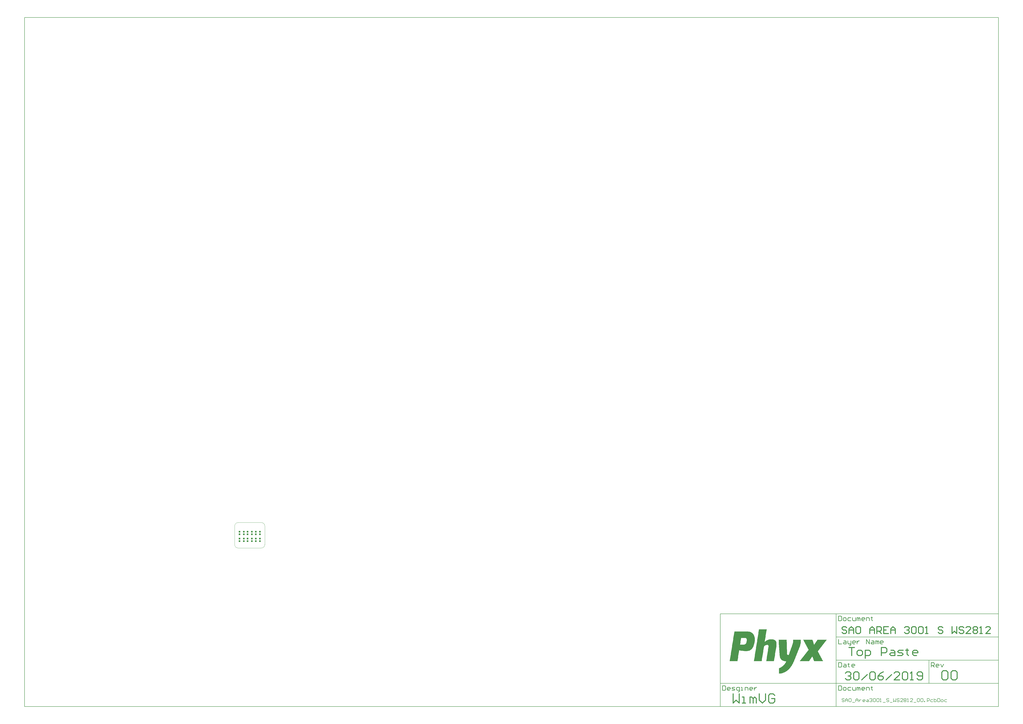
<source format=gtp>
G04*
G04 #@! TF.GenerationSoftware,Altium Limited,Altium Designer,18.1.11 (251)*
G04*
G04 Layer_Color=8421504*
%FSLAX25Y25*%
%MOIN*%
G70*
G01*
G75*
%ADD12C,0.01575*%
%ADD15C,0.00394*%
%ADD16C,0.00787*%
%ADD17C,0.00984*%
%ADD18R,0.02756X0.02756*%
G36*
X872201Y-141778D02*
X873919D01*
Y-142065D01*
X874778D01*
Y-142351D01*
X875637D01*
Y-142637D01*
X876496D01*
Y-142924D01*
X877069D01*
Y-143210D01*
X877355D01*
Y-143496D01*
X877928D01*
Y-143783D01*
X878214D01*
Y-144069D01*
X878786D01*
Y-144355D01*
X879073D01*
Y-144641D01*
X879359D01*
Y-144928D01*
X879646D01*
Y-145214D01*
X879932D01*
Y-145501D01*
X880218D01*
Y-145787D01*
X880504D01*
Y-146073D01*
Y-146359D01*
X880791D01*
Y-146646D01*
X881077D01*
Y-146932D01*
Y-147218D01*
X881363D01*
Y-147505D01*
X881650D01*
Y-147791D01*
Y-148077D01*
X881936D01*
Y-148364D01*
Y-148650D01*
Y-148936D01*
X882222D01*
Y-149223D01*
Y-149509D01*
Y-149795D01*
X882509D01*
Y-150082D01*
Y-150368D01*
Y-150654D01*
Y-150940D01*
X882795D01*
Y-151227D01*
Y-151513D01*
Y-151799D01*
Y-152086D01*
Y-152372D01*
X883081D01*
Y-152658D01*
Y-152945D01*
Y-153231D01*
Y-153517D01*
Y-153804D01*
Y-154090D01*
Y-154376D01*
Y-154663D01*
Y-154949D01*
Y-155235D01*
Y-155521D01*
Y-155808D01*
Y-156094D01*
Y-156380D01*
Y-156667D01*
Y-156953D01*
Y-157239D01*
Y-157526D01*
Y-157812D01*
Y-158098D01*
X882795D01*
Y-158385D01*
Y-158671D01*
Y-158957D01*
Y-159244D01*
Y-159530D01*
Y-159816D01*
Y-160102D01*
X882509D01*
Y-160389D01*
Y-160675D01*
Y-160961D01*
Y-161248D01*
Y-161534D01*
X882222D01*
Y-161820D01*
Y-162107D01*
Y-162393D01*
Y-162679D01*
Y-162966D01*
X881936D01*
Y-163252D01*
Y-163538D01*
Y-163824D01*
X881650D01*
Y-164111D01*
Y-164397D01*
Y-164683D01*
Y-164970D01*
X881363D01*
Y-165256D01*
Y-165542D01*
Y-165829D01*
X881077D01*
Y-166115D01*
Y-166401D01*
X880791D01*
Y-166688D01*
Y-166974D01*
Y-167260D01*
X880504D01*
Y-167547D01*
Y-167833D01*
X880218D01*
Y-168119D01*
Y-168405D01*
X879932D01*
Y-168692D01*
Y-168978D01*
X879646D01*
Y-169264D01*
X879359D01*
Y-169551D01*
Y-169837D01*
X879073D01*
Y-170123D01*
X878786D01*
Y-170410D01*
X878500D01*
Y-170696D01*
Y-170982D01*
X878214D01*
Y-171269D01*
X877928D01*
Y-171555D01*
X877641D01*
Y-171841D01*
X877355D01*
Y-172127D01*
X877069D01*
Y-172414D01*
X876496D01*
Y-172700D01*
X876210D01*
Y-172986D01*
X875637D01*
Y-173273D01*
X875351D01*
Y-173559D01*
X874778D01*
Y-173845D01*
X873919D01*
Y-174132D01*
X873060D01*
Y-174418D01*
X872201D01*
Y-174704D01*
X870483D01*
Y-174991D01*
X865330D01*
Y-174704D01*
X862753D01*
Y-174418D01*
X860749D01*
Y-174132D01*
X859317D01*
Y-173845D01*
X857886D01*
Y-173559D01*
X856454D01*
Y-173845D01*
Y-174132D01*
Y-174418D01*
Y-174704D01*
Y-174991D01*
Y-175277D01*
Y-175563D01*
X856168D01*
Y-175850D01*
Y-176136D01*
Y-176422D01*
Y-176709D01*
Y-176995D01*
Y-177281D01*
X855882D01*
Y-177568D01*
Y-177854D01*
Y-178140D01*
Y-178426D01*
Y-178713D01*
Y-178999D01*
X855595D01*
Y-179285D01*
Y-179572D01*
Y-179858D01*
Y-180144D01*
Y-180431D01*
Y-180717D01*
Y-181003D01*
X855309D01*
Y-181290D01*
Y-181576D01*
Y-181862D01*
Y-182149D01*
Y-182435D01*
Y-182721D01*
X855023D01*
Y-183007D01*
Y-183294D01*
Y-183580D01*
Y-183866D01*
Y-184153D01*
Y-184439D01*
X854736D01*
Y-184725D01*
Y-185012D01*
Y-185298D01*
Y-185584D01*
Y-185871D01*
Y-186157D01*
Y-186443D01*
X854450D01*
Y-186730D01*
Y-187016D01*
Y-187302D01*
Y-187588D01*
Y-187875D01*
Y-188161D01*
X854164D01*
Y-188447D01*
Y-188734D01*
Y-189020D01*
Y-189306D01*
Y-189593D01*
Y-189879D01*
X853877D01*
Y-190165D01*
Y-190452D01*
Y-190738D01*
Y-191024D01*
Y-191311D01*
Y-191597D01*
Y-191883D01*
X840421D01*
Y-191597D01*
X840707D01*
Y-191311D01*
Y-191024D01*
Y-190738D01*
Y-190452D01*
Y-190165D01*
X840993D01*
Y-189879D01*
Y-189593D01*
Y-189306D01*
Y-189020D01*
Y-188734D01*
Y-188447D01*
Y-188161D01*
X841280D01*
Y-187875D01*
Y-187588D01*
Y-187302D01*
Y-187016D01*
Y-186730D01*
Y-186443D01*
X841566D01*
Y-186157D01*
Y-185871D01*
Y-185584D01*
Y-185298D01*
Y-185012D01*
Y-184725D01*
X841852D01*
Y-184439D01*
Y-184153D01*
Y-183866D01*
Y-183580D01*
Y-183294D01*
Y-183007D01*
Y-182721D01*
X842138D01*
Y-182435D01*
Y-182149D01*
Y-181862D01*
Y-181576D01*
Y-181290D01*
Y-181003D01*
X842425D01*
Y-180717D01*
Y-180431D01*
Y-180144D01*
Y-179858D01*
Y-179572D01*
Y-179285D01*
X842711D01*
Y-178999D01*
Y-178713D01*
Y-178426D01*
Y-178140D01*
Y-177854D01*
Y-177568D01*
X842997D01*
Y-177281D01*
Y-176995D01*
Y-176709D01*
Y-176422D01*
Y-176136D01*
Y-175850D01*
Y-175563D01*
X843284D01*
Y-175277D01*
Y-174991D01*
Y-174704D01*
Y-174418D01*
Y-174132D01*
Y-173845D01*
X843570D01*
Y-173559D01*
Y-173273D01*
Y-172986D01*
Y-172700D01*
Y-172414D01*
Y-172127D01*
X843856D01*
Y-171841D01*
Y-171555D01*
Y-171269D01*
Y-170982D01*
Y-170696D01*
Y-170410D01*
X844143D01*
Y-170123D01*
Y-169837D01*
Y-169551D01*
Y-169264D01*
Y-168978D01*
Y-168692D01*
Y-168405D01*
X844429D01*
Y-168119D01*
Y-167833D01*
Y-167547D01*
Y-167260D01*
Y-166974D01*
Y-166688D01*
X844715D01*
Y-166401D01*
Y-166115D01*
Y-165829D01*
Y-165542D01*
Y-165256D01*
Y-164970D01*
X845002D01*
Y-164683D01*
Y-164397D01*
Y-164111D01*
Y-163824D01*
Y-163538D01*
Y-163252D01*
Y-162966D01*
X845288D01*
Y-162679D01*
Y-162393D01*
Y-162107D01*
Y-161820D01*
Y-161534D01*
Y-161248D01*
X845574D01*
Y-160961D01*
Y-160675D01*
Y-160389D01*
Y-160102D01*
Y-159816D01*
Y-159530D01*
X845861D01*
Y-159244D01*
Y-158957D01*
Y-158671D01*
Y-158385D01*
Y-158098D01*
Y-157812D01*
X846147D01*
Y-157526D01*
Y-157239D01*
Y-156953D01*
Y-156667D01*
Y-156380D01*
Y-156094D01*
Y-155808D01*
X846433D01*
Y-155521D01*
Y-155235D01*
Y-154949D01*
Y-154663D01*
Y-154376D01*
Y-154090D01*
X846719D01*
Y-153804D01*
Y-153517D01*
Y-153231D01*
Y-152945D01*
Y-152658D01*
Y-152372D01*
X847006D01*
Y-152086D01*
Y-151799D01*
Y-151513D01*
Y-151227D01*
Y-150940D01*
Y-150654D01*
Y-150368D01*
X847292D01*
Y-150082D01*
Y-149795D01*
Y-149509D01*
Y-149223D01*
Y-148936D01*
Y-148650D01*
X847578D01*
Y-148364D01*
Y-148077D01*
Y-147791D01*
Y-147505D01*
Y-147218D01*
Y-146932D01*
X847865D01*
Y-146646D01*
Y-146359D01*
Y-146073D01*
Y-145787D01*
Y-145501D01*
Y-145214D01*
Y-144928D01*
X848151D01*
Y-144641D01*
Y-144355D01*
Y-144069D01*
Y-143783D01*
Y-143496D01*
Y-143210D01*
X848437D01*
Y-142924D01*
Y-142637D01*
Y-142351D01*
Y-142065D01*
Y-141778D01*
Y-141492D01*
X872201D01*
Y-141778D01*
D02*
G37*
G36*
X903409Y-138343D02*
Y-138629D01*
X903123D01*
Y-138915D01*
Y-139202D01*
Y-139488D01*
Y-139774D01*
Y-140060D01*
Y-140347D01*
X902837D01*
Y-140633D01*
Y-140919D01*
Y-141206D01*
Y-141492D01*
Y-141778D01*
Y-142065D01*
X902551D01*
Y-142351D01*
Y-142637D01*
Y-142924D01*
Y-143210D01*
Y-143496D01*
Y-143783D01*
Y-144069D01*
X902264D01*
Y-144355D01*
Y-144641D01*
Y-144928D01*
Y-145214D01*
Y-145501D01*
Y-145787D01*
X901978D01*
Y-146073D01*
Y-146359D01*
Y-146646D01*
Y-146932D01*
Y-147218D01*
Y-147505D01*
X901692D01*
Y-147791D01*
Y-148077D01*
Y-148364D01*
Y-148650D01*
Y-148936D01*
Y-149223D01*
Y-149509D01*
X901405D01*
Y-149795D01*
Y-150082D01*
Y-150368D01*
Y-150654D01*
Y-150940D01*
Y-151227D01*
X901119D01*
Y-151513D01*
Y-151799D01*
Y-152086D01*
Y-152372D01*
Y-152658D01*
Y-152945D01*
X900833D01*
Y-153231D01*
Y-153517D01*
Y-153804D01*
Y-154090D01*
Y-154376D01*
Y-154663D01*
X900546D01*
Y-154949D01*
Y-155235D01*
Y-155521D01*
Y-155808D01*
Y-156094D01*
Y-156380D01*
Y-156667D01*
X900260D01*
Y-156953D01*
Y-157239D01*
Y-157526D01*
Y-157812D01*
Y-158098D01*
Y-158385D01*
X899974D01*
Y-158671D01*
Y-158957D01*
X900546D01*
Y-158671D01*
X900833D01*
Y-158385D01*
X901119D01*
Y-158098D01*
X901692D01*
Y-157812D01*
X901978D01*
Y-157526D01*
X902264D01*
Y-157239D01*
X902837D01*
Y-156953D01*
X903409D01*
Y-156667D01*
X903696D01*
Y-156380D01*
X904268D01*
Y-156094D01*
X905127D01*
Y-155808D01*
X905700D01*
Y-155521D01*
X906559D01*
Y-155235D01*
X907990D01*
Y-154949D01*
X914289D01*
Y-155235D01*
X915435D01*
Y-155521D01*
X916294D01*
Y-155808D01*
X916866D01*
Y-156094D01*
X917153D01*
Y-156380D01*
X917725D01*
Y-156667D01*
X918011D01*
Y-156953D01*
X918298D01*
Y-157239D01*
X918584D01*
Y-157526D01*
X918870D01*
Y-157812D01*
Y-158098D01*
X919157D01*
Y-158385D01*
Y-158671D01*
X919443D01*
Y-158957D01*
Y-159244D01*
Y-159530D01*
X919729D01*
Y-159816D01*
Y-160102D01*
Y-160389D01*
Y-160675D01*
X920016D01*
Y-160961D01*
Y-161248D01*
Y-161534D01*
Y-161820D01*
Y-162107D01*
Y-162393D01*
Y-162679D01*
Y-162966D01*
Y-163252D01*
Y-163538D01*
Y-163824D01*
Y-164111D01*
Y-164397D01*
Y-164683D01*
Y-164970D01*
Y-165256D01*
Y-165542D01*
Y-165829D01*
X919729D01*
Y-166115D01*
Y-166401D01*
Y-166688D01*
Y-166974D01*
Y-167260D01*
Y-167547D01*
Y-167833D01*
X919443D01*
Y-168119D01*
Y-168405D01*
Y-168692D01*
Y-168978D01*
Y-169264D01*
Y-169551D01*
Y-169837D01*
X919157D01*
Y-170123D01*
Y-170410D01*
Y-170696D01*
Y-170982D01*
Y-171269D01*
Y-171555D01*
X918870D01*
Y-171841D01*
Y-172127D01*
Y-172414D01*
Y-172700D01*
Y-172986D01*
Y-173273D01*
X918584D01*
Y-173559D01*
Y-173845D01*
Y-174132D01*
Y-174418D01*
Y-174704D01*
Y-174991D01*
X918298D01*
Y-175277D01*
Y-175563D01*
Y-175850D01*
Y-176136D01*
Y-176422D01*
Y-176709D01*
Y-176995D01*
X918011D01*
Y-177281D01*
Y-177568D01*
Y-177854D01*
Y-178140D01*
Y-178426D01*
Y-178713D01*
X917725D01*
Y-178999D01*
Y-179285D01*
Y-179572D01*
Y-179858D01*
Y-180144D01*
Y-180431D01*
X917439D01*
Y-180717D01*
Y-181003D01*
Y-181290D01*
Y-181576D01*
Y-181862D01*
Y-182149D01*
Y-182435D01*
X917153D01*
Y-182721D01*
Y-183007D01*
Y-183294D01*
Y-183580D01*
Y-183866D01*
Y-184153D01*
X916866D01*
Y-184439D01*
Y-184725D01*
Y-185012D01*
Y-185298D01*
Y-185584D01*
Y-185871D01*
X916580D01*
Y-186157D01*
Y-186443D01*
Y-186730D01*
Y-187016D01*
Y-187302D01*
Y-187588D01*
X916294D01*
Y-187875D01*
Y-188161D01*
Y-188447D01*
Y-188734D01*
Y-189020D01*
Y-189306D01*
Y-189593D01*
X916007D01*
Y-189879D01*
Y-190165D01*
Y-190452D01*
Y-190738D01*
Y-191024D01*
Y-191311D01*
X915721D01*
Y-191597D01*
Y-191883D01*
X902551D01*
Y-191597D01*
Y-191311D01*
X902837D01*
Y-191024D01*
Y-190738D01*
Y-190452D01*
Y-190165D01*
Y-189879D01*
Y-189593D01*
X903123D01*
Y-189306D01*
Y-189020D01*
Y-188734D01*
Y-188447D01*
Y-188161D01*
Y-187875D01*
Y-187588D01*
X903409D01*
Y-187302D01*
Y-187016D01*
Y-186730D01*
Y-186443D01*
Y-186157D01*
Y-185871D01*
X903696D01*
Y-185584D01*
Y-185298D01*
Y-185012D01*
Y-184725D01*
Y-184439D01*
Y-184153D01*
X903982D01*
Y-183866D01*
Y-183580D01*
Y-183294D01*
Y-183007D01*
Y-182721D01*
Y-182435D01*
Y-182149D01*
X904268D01*
Y-181862D01*
Y-181576D01*
Y-181290D01*
Y-181003D01*
Y-180717D01*
Y-180431D01*
X904555D01*
Y-180144D01*
Y-179858D01*
Y-179572D01*
Y-179285D01*
Y-178999D01*
Y-178713D01*
Y-178426D01*
X904841D01*
Y-178140D01*
Y-177854D01*
Y-177568D01*
Y-177281D01*
Y-176995D01*
Y-176709D01*
X905127D01*
Y-176422D01*
Y-176136D01*
Y-175850D01*
Y-175563D01*
Y-175277D01*
Y-174991D01*
X905414D01*
Y-174704D01*
Y-174418D01*
Y-174132D01*
Y-173845D01*
Y-173559D01*
Y-173273D01*
X905700D01*
Y-172986D01*
Y-172700D01*
Y-172414D01*
Y-172127D01*
Y-171841D01*
Y-171555D01*
Y-171269D01*
X905986D01*
Y-170982D01*
Y-170696D01*
Y-170410D01*
Y-170123D01*
Y-169837D01*
Y-169551D01*
X906273D01*
Y-169264D01*
Y-168978D01*
Y-168692D01*
Y-168405D01*
Y-168119D01*
Y-167833D01*
Y-167547D01*
X906559D01*
Y-167260D01*
Y-166974D01*
Y-166688D01*
Y-166401D01*
Y-166115D01*
Y-165829D01*
X906273D01*
Y-165542D01*
Y-165256D01*
X905986D01*
Y-164970D01*
X905700D01*
Y-164683D01*
X905127D01*
Y-164397D01*
X903409D01*
Y-164683D01*
X901978D01*
Y-164970D01*
X901119D01*
Y-165256D01*
X900546D01*
Y-165542D01*
X900260D01*
Y-165829D01*
X899687D01*
Y-166115D01*
X899401D01*
Y-166401D01*
X899115D01*
Y-166688D01*
Y-166974D01*
X898828D01*
Y-167260D01*
Y-167547D01*
Y-167833D01*
X898542D01*
Y-168119D01*
Y-168405D01*
Y-168692D01*
Y-168978D01*
Y-169264D01*
Y-169551D01*
X898256D01*
Y-169837D01*
Y-170123D01*
Y-170410D01*
Y-170696D01*
Y-170982D01*
Y-171269D01*
Y-171555D01*
X897970D01*
Y-171841D01*
Y-172127D01*
Y-172414D01*
Y-172700D01*
Y-172986D01*
Y-173273D01*
X897683D01*
Y-173559D01*
Y-173845D01*
Y-174132D01*
Y-174418D01*
Y-174704D01*
Y-174991D01*
X897397D01*
Y-175277D01*
Y-175563D01*
Y-175850D01*
Y-176136D01*
Y-176422D01*
Y-176709D01*
X897111D01*
Y-176995D01*
Y-177281D01*
Y-177568D01*
Y-177854D01*
Y-178140D01*
Y-178426D01*
Y-178713D01*
X896824D01*
Y-178999D01*
Y-179285D01*
Y-179572D01*
Y-179858D01*
Y-180144D01*
Y-180431D01*
X896538D01*
Y-180717D01*
Y-181003D01*
Y-181290D01*
Y-181576D01*
Y-181862D01*
Y-182149D01*
X896252D01*
Y-182435D01*
Y-182721D01*
Y-183007D01*
Y-183294D01*
Y-183580D01*
Y-183866D01*
Y-184153D01*
X895965D01*
Y-184439D01*
Y-184725D01*
Y-185012D01*
Y-185298D01*
Y-185584D01*
Y-185871D01*
X895679D01*
Y-186157D01*
Y-186443D01*
Y-186730D01*
Y-187016D01*
Y-187302D01*
Y-187588D01*
X895393D01*
Y-187875D01*
Y-188161D01*
Y-188447D01*
Y-188734D01*
Y-189020D01*
Y-189306D01*
X895106D01*
Y-189593D01*
Y-189879D01*
Y-190165D01*
Y-190452D01*
Y-190738D01*
Y-191024D01*
Y-191311D01*
X894820D01*
Y-191597D01*
Y-191883D01*
X881650D01*
Y-191597D01*
Y-191311D01*
X881936D01*
Y-191024D01*
Y-190738D01*
Y-190452D01*
Y-190165D01*
Y-189879D01*
Y-189593D01*
Y-189306D01*
X882222D01*
Y-189020D01*
Y-188734D01*
Y-188447D01*
Y-188161D01*
Y-187875D01*
Y-187588D01*
X882509D01*
Y-187302D01*
Y-187016D01*
Y-186730D01*
Y-186443D01*
Y-186157D01*
Y-185871D01*
X882795D01*
Y-185584D01*
Y-185298D01*
Y-185012D01*
Y-184725D01*
Y-184439D01*
Y-184153D01*
Y-183866D01*
X883081D01*
Y-183580D01*
Y-183294D01*
Y-183007D01*
Y-182721D01*
Y-182435D01*
Y-182149D01*
X883368D01*
Y-181862D01*
Y-181576D01*
Y-181290D01*
Y-181003D01*
Y-180717D01*
Y-180431D01*
X883654D01*
Y-180144D01*
Y-179858D01*
Y-179572D01*
Y-179285D01*
Y-178999D01*
Y-178713D01*
X883940D01*
Y-178426D01*
Y-178140D01*
Y-177854D01*
Y-177568D01*
Y-177281D01*
Y-176995D01*
Y-176709D01*
X884227D01*
Y-176422D01*
Y-176136D01*
Y-175850D01*
Y-175563D01*
Y-175277D01*
Y-174991D01*
X884513D01*
Y-174704D01*
Y-174418D01*
Y-174132D01*
Y-173845D01*
Y-173559D01*
Y-173273D01*
X884799D01*
Y-172986D01*
Y-172700D01*
Y-172414D01*
Y-172127D01*
Y-171841D01*
Y-171555D01*
Y-171269D01*
X885085D01*
Y-170982D01*
Y-170696D01*
Y-170410D01*
Y-170123D01*
Y-169837D01*
Y-169551D01*
X885372D01*
Y-169264D01*
Y-168978D01*
Y-168692D01*
Y-168405D01*
Y-168119D01*
Y-167833D01*
X885658D01*
Y-167547D01*
Y-167260D01*
Y-166974D01*
Y-166688D01*
Y-166401D01*
Y-166115D01*
X885944D01*
Y-165829D01*
Y-165542D01*
Y-165256D01*
Y-164970D01*
Y-164683D01*
Y-164397D01*
Y-164111D01*
X886231D01*
Y-163824D01*
Y-163538D01*
Y-163252D01*
Y-162966D01*
Y-162679D01*
Y-162393D01*
X886517D01*
Y-162107D01*
Y-161820D01*
Y-161534D01*
Y-161248D01*
Y-160961D01*
Y-160675D01*
X886803D01*
Y-160389D01*
Y-160102D01*
Y-159816D01*
Y-159530D01*
Y-159244D01*
Y-158957D01*
X887090D01*
Y-158671D01*
Y-158385D01*
Y-158098D01*
Y-157812D01*
Y-157526D01*
Y-157239D01*
Y-156953D01*
X887376D01*
Y-156667D01*
Y-156380D01*
Y-156094D01*
Y-155808D01*
Y-155521D01*
Y-155235D01*
X887662D01*
Y-154949D01*
Y-154663D01*
Y-154376D01*
Y-154090D01*
Y-153804D01*
Y-153517D01*
X887949D01*
Y-153231D01*
Y-152945D01*
Y-152658D01*
Y-152372D01*
Y-152086D01*
Y-151799D01*
Y-151513D01*
X888235D01*
Y-151227D01*
Y-150940D01*
Y-150654D01*
Y-150368D01*
Y-150082D01*
Y-149795D01*
X888521D01*
Y-149509D01*
Y-149223D01*
Y-148936D01*
Y-148650D01*
Y-148364D01*
Y-148077D01*
X888807D01*
Y-147791D01*
Y-147505D01*
Y-147218D01*
Y-146932D01*
Y-146646D01*
Y-146359D01*
X889094D01*
Y-146073D01*
Y-145787D01*
Y-145501D01*
Y-145214D01*
Y-144928D01*
Y-144641D01*
Y-144355D01*
X889380D01*
Y-144069D01*
Y-143783D01*
Y-143496D01*
Y-143210D01*
Y-142924D01*
Y-142637D01*
X889666D01*
Y-142351D01*
Y-142065D01*
Y-141778D01*
Y-141492D01*
Y-141206D01*
Y-140919D01*
X889953D01*
Y-140633D01*
Y-140347D01*
Y-140060D01*
Y-139774D01*
Y-139488D01*
Y-139202D01*
Y-138915D01*
X890239D01*
Y-138629D01*
Y-138343D01*
Y-138056D01*
X903409D01*
Y-138343D01*
D02*
G37*
G36*
X1005337Y-155808D02*
X1005050D01*
Y-156094D01*
X1004764D01*
Y-156380D01*
Y-156667D01*
X1004478D01*
Y-156953D01*
X1004192D01*
Y-157239D01*
X1003905D01*
Y-157526D01*
Y-157812D01*
X1003619D01*
Y-158098D01*
X1003333D01*
Y-158385D01*
X1003046D01*
Y-158671D01*
X1002760D01*
Y-158957D01*
Y-159244D01*
X1002474D01*
Y-159530D01*
X1002187D01*
Y-159816D01*
X1001901D01*
Y-160102D01*
Y-160389D01*
X1001615D01*
Y-160675D01*
X1001328D01*
Y-160961D01*
X1001042D01*
Y-161248D01*
X1000756D01*
Y-161534D01*
Y-161820D01*
X1000469D01*
Y-162107D01*
X1000183D01*
Y-162393D01*
X999897D01*
Y-162679D01*
Y-162966D01*
X999611D01*
Y-163252D01*
X999324D01*
Y-163538D01*
X999038D01*
Y-163824D01*
Y-164111D01*
X998752D01*
Y-164397D01*
X998465D01*
Y-164683D01*
X998179D01*
Y-164970D01*
X997893D01*
Y-165256D01*
Y-165542D01*
X997606D01*
Y-165829D01*
X997320D01*
Y-166115D01*
X997034D01*
Y-166401D01*
Y-166688D01*
X996747D01*
Y-166974D01*
X996461D01*
Y-167260D01*
X996175D01*
Y-167547D01*
Y-167833D01*
X995889D01*
Y-168119D01*
X995602D01*
Y-168405D01*
X995316D01*
Y-168692D01*
X995030D01*
Y-168978D01*
Y-169264D01*
X994743D01*
Y-169551D01*
X994457D01*
Y-169837D01*
X994171D01*
Y-170123D01*
Y-170410D01*
X993884D01*
Y-170696D01*
X993598D01*
Y-170982D01*
X993312D01*
Y-171269D01*
Y-171555D01*
X993025D01*
Y-171841D01*
X992739D01*
Y-172127D01*
X992453D01*
Y-172414D01*
X992166D01*
Y-172700D01*
Y-172986D01*
X991880D01*
Y-173273D01*
X991594D01*
Y-173559D01*
X991308D01*
Y-173845D01*
Y-174132D01*
X991021D01*
Y-174418D01*
X990735D01*
Y-174704D01*
X990449D01*
Y-174991D01*
X990162D01*
Y-175277D01*
Y-175563D01*
X990449D01*
Y-175850D01*
Y-176136D01*
X990735D01*
Y-176422D01*
Y-176709D01*
X991021D01*
Y-176995D01*
X991308D01*
Y-177281D01*
Y-177568D01*
X991594D01*
Y-177854D01*
Y-178140D01*
X991880D01*
Y-178426D01*
Y-178713D01*
X992166D01*
Y-178999D01*
Y-179285D01*
X992453D01*
Y-179572D01*
Y-179858D01*
X992739D01*
Y-180144D01*
Y-180431D01*
X993025D01*
Y-180717D01*
Y-181003D01*
X993312D01*
Y-181290D01*
Y-181576D01*
X993598D01*
Y-181862D01*
X993884D01*
Y-182149D01*
Y-182435D01*
X994171D01*
Y-182721D01*
Y-183007D01*
X994457D01*
Y-183294D01*
Y-183580D01*
X994743D01*
Y-183866D01*
Y-184153D01*
X995030D01*
Y-184439D01*
Y-184725D01*
X995316D01*
Y-185012D01*
Y-185298D01*
X995602D01*
Y-185584D01*
Y-185871D01*
X995889D01*
Y-186157D01*
X996175D01*
Y-186443D01*
Y-186730D01*
X996461D01*
Y-187016D01*
Y-187302D01*
X996747D01*
Y-187588D01*
Y-187875D01*
X997034D01*
Y-188161D01*
Y-188447D01*
X997320D01*
Y-188734D01*
Y-189020D01*
X997606D01*
Y-189306D01*
Y-189593D01*
X997893D01*
Y-189879D01*
Y-190165D01*
X998179D01*
Y-190452D01*
X998465D01*
Y-190738D01*
Y-191024D01*
X998752D01*
Y-191311D01*
Y-191597D01*
X999038D01*
Y-191883D01*
X983863D01*
Y-191597D01*
X983577D01*
Y-191311D01*
Y-191024D01*
Y-190738D01*
X983291D01*
Y-190452D01*
Y-190165D01*
Y-189879D01*
X983004D01*
Y-189593D01*
Y-189306D01*
X982718D01*
Y-189020D01*
Y-188734D01*
Y-188447D01*
X982432D01*
Y-188161D01*
Y-187875D01*
Y-187588D01*
X982146D01*
Y-187302D01*
Y-187016D01*
X981859D01*
Y-186730D01*
Y-186443D01*
Y-186157D01*
X981573D01*
Y-185871D01*
Y-185584D01*
Y-185298D01*
X981287D01*
Y-185012D01*
Y-184725D01*
Y-184439D01*
X981000D01*
Y-184153D01*
X980428D01*
Y-184439D01*
Y-184725D01*
X980141D01*
Y-185012D01*
X979855D01*
Y-185298D01*
Y-185584D01*
X979569D01*
Y-185871D01*
X979282D01*
Y-186157D01*
Y-186443D01*
X978996D01*
Y-186730D01*
X978710D01*
Y-187016D01*
Y-187302D01*
X978423D01*
Y-187588D01*
X978137D01*
Y-187875D01*
X977851D01*
Y-188161D01*
Y-188447D01*
X977565D01*
Y-188734D01*
X977278D01*
Y-189020D01*
Y-189306D01*
X976992D01*
Y-189593D01*
X976705D01*
Y-189879D01*
Y-190165D01*
X976419D01*
Y-190452D01*
X976133D01*
Y-190738D01*
Y-191024D01*
X975847D01*
Y-191311D01*
X975560D01*
Y-191597D01*
Y-191883D01*
X959527D01*
Y-191597D01*
X959813D01*
Y-191311D01*
X960099D01*
Y-191024D01*
X960386D01*
Y-190738D01*
X960672D01*
Y-190452D01*
Y-190165D01*
X960958D01*
Y-189879D01*
X961245D01*
Y-189593D01*
X961531D01*
Y-189306D01*
X961817D01*
Y-189020D01*
Y-188734D01*
X962104D01*
Y-188447D01*
X962390D01*
Y-188161D01*
X962676D01*
Y-187875D01*
Y-187588D01*
X962963D01*
Y-187302D01*
X963249D01*
Y-187016D01*
X963535D01*
Y-186730D01*
X963822D01*
Y-186443D01*
Y-186157D01*
X964108D01*
Y-185871D01*
X964394D01*
Y-185584D01*
X964680D01*
Y-185298D01*
X964967D01*
Y-185012D01*
Y-184725D01*
X965253D01*
Y-184439D01*
X965539D01*
Y-184153D01*
X965826D01*
Y-183866D01*
Y-183580D01*
X966112D01*
Y-183294D01*
X966398D01*
Y-183007D01*
X966685D01*
Y-182721D01*
X966971D01*
Y-182435D01*
Y-182149D01*
X967257D01*
Y-181862D01*
X967544D01*
Y-181576D01*
X967830D01*
Y-181290D01*
Y-181003D01*
X968116D01*
Y-180717D01*
X968402D01*
Y-180431D01*
X968689D01*
Y-180144D01*
X968975D01*
Y-179858D01*
Y-179572D01*
X969261D01*
Y-179285D01*
X969548D01*
Y-178999D01*
X969834D01*
Y-178713D01*
Y-178426D01*
X970120D01*
Y-178140D01*
X970407D01*
Y-177854D01*
X970693D01*
Y-177568D01*
X970979D01*
Y-177281D01*
Y-176995D01*
X971266D01*
Y-176709D01*
X971552D01*
Y-176422D01*
X971838D01*
Y-176136D01*
X972124D01*
Y-175850D01*
Y-175563D01*
X972411D01*
Y-175277D01*
X972697D01*
Y-174991D01*
X972983D01*
Y-174704D01*
Y-174418D01*
X973270D01*
Y-174132D01*
X973556D01*
Y-173845D01*
X973842D01*
Y-173559D01*
X974129D01*
Y-173273D01*
Y-172986D01*
X974415D01*
Y-172700D01*
Y-172414D01*
Y-172127D01*
X974129D01*
Y-171841D01*
X973842D01*
Y-171555D01*
Y-171269D01*
X973556D01*
Y-170982D01*
Y-170696D01*
X973270D01*
Y-170410D01*
Y-170123D01*
X972983D01*
Y-169837D01*
Y-169551D01*
X972697D01*
Y-169264D01*
Y-168978D01*
X972411D01*
Y-168692D01*
Y-168405D01*
X972124D01*
Y-168119D01*
X971838D01*
Y-167833D01*
Y-167547D01*
X971552D01*
Y-167260D01*
Y-166974D01*
X971266D01*
Y-166688D01*
Y-166401D01*
X970979D01*
Y-166115D01*
Y-165829D01*
X970693D01*
Y-165542D01*
Y-165256D01*
X970407D01*
Y-164970D01*
Y-164683D01*
X970120D01*
Y-164397D01*
X969834D01*
Y-164111D01*
Y-163824D01*
X969548D01*
Y-163538D01*
Y-163252D01*
X969261D01*
Y-162966D01*
Y-162679D01*
X968975D01*
Y-162393D01*
Y-162107D01*
X968689D01*
Y-161820D01*
Y-161534D01*
X968402D01*
Y-161248D01*
Y-160961D01*
X968116D01*
Y-160675D01*
Y-160389D01*
X967830D01*
Y-160102D01*
X967544D01*
Y-159816D01*
Y-159530D01*
X967257D01*
Y-159244D01*
Y-158957D01*
X966971D01*
Y-158671D01*
Y-158385D01*
X966685D01*
Y-158098D01*
Y-157812D01*
X966398D01*
Y-157526D01*
Y-157239D01*
X966112D01*
Y-156953D01*
Y-156667D01*
X965826D01*
Y-156380D01*
X965539D01*
Y-156094D01*
Y-155808D01*
X965253D01*
Y-155521D01*
X981000D01*
Y-155808D01*
X981287D01*
Y-156094D01*
Y-156380D01*
Y-156667D01*
X981573D01*
Y-156953D01*
Y-157239D01*
Y-157526D01*
X981859D01*
Y-157812D01*
Y-158098D01*
Y-158385D01*
X982146D01*
Y-158671D01*
Y-158957D01*
Y-159244D01*
X982432D01*
Y-159530D01*
Y-159816D01*
Y-160102D01*
X982718D01*
Y-160389D01*
Y-160675D01*
Y-160961D01*
X983004D01*
Y-161248D01*
Y-161534D01*
Y-161820D01*
X983291D01*
Y-162107D01*
Y-162393D01*
Y-162679D01*
X983577D01*
Y-162966D01*
Y-163252D01*
Y-163538D01*
Y-163824D01*
X984150D01*
Y-163538D01*
X984436D01*
Y-163252D01*
X984722D01*
Y-162966D01*
Y-162679D01*
X985009D01*
Y-162393D01*
X985295D01*
Y-162107D01*
Y-161820D01*
X985581D01*
Y-161534D01*
X985868D01*
Y-161248D01*
Y-160961D01*
X986154D01*
Y-160675D01*
X986440D01*
Y-160389D01*
Y-160102D01*
X986726D01*
Y-159816D01*
X987013D01*
Y-159530D01*
Y-159244D01*
X987299D01*
Y-158957D01*
X987585D01*
Y-158671D01*
Y-158385D01*
X987872D01*
Y-158098D01*
X988158D01*
Y-157812D01*
Y-157526D01*
X988444D01*
Y-157239D01*
X988731D01*
Y-156953D01*
Y-156667D01*
X989017D01*
Y-156380D01*
X989303D01*
Y-156094D01*
Y-155808D01*
X989590D01*
Y-155521D01*
X1005337D01*
Y-155808D01*
D02*
G37*
G36*
X961245D02*
Y-156094D01*
Y-156380D01*
Y-156667D01*
Y-156953D01*
Y-157239D01*
Y-157526D01*
Y-157812D01*
Y-158098D01*
Y-158385D01*
Y-158671D01*
Y-158957D01*
Y-159244D01*
Y-159530D01*
Y-159816D01*
Y-160102D01*
Y-160389D01*
Y-160675D01*
Y-160961D01*
Y-161248D01*
Y-161534D01*
X960958D01*
Y-161820D01*
Y-162107D01*
Y-162393D01*
Y-162679D01*
Y-162966D01*
X960672D01*
Y-163252D01*
Y-163538D01*
Y-163824D01*
Y-164111D01*
X960386D01*
Y-164397D01*
Y-164683D01*
Y-164970D01*
Y-165256D01*
X960099D01*
Y-165542D01*
Y-165829D01*
Y-166115D01*
X959813D01*
Y-166401D01*
Y-166688D01*
Y-166974D01*
X959527D01*
Y-167260D01*
Y-167547D01*
Y-167833D01*
X959241D01*
Y-168119D01*
Y-168405D01*
Y-168692D01*
X958954D01*
Y-168978D01*
Y-169264D01*
X958668D01*
Y-169551D01*
Y-169837D01*
X958381D01*
Y-170123D01*
Y-170410D01*
Y-170696D01*
X958095D01*
Y-170982D01*
Y-171269D01*
X957809D01*
Y-171555D01*
Y-171841D01*
Y-172127D01*
X957523D01*
Y-172414D01*
Y-172700D01*
X957236D01*
Y-172986D01*
Y-173273D01*
Y-173559D01*
X956950D01*
Y-173845D01*
Y-174132D01*
X956664D01*
Y-174418D01*
Y-174704D01*
Y-174991D01*
X956377D01*
Y-175277D01*
Y-175563D01*
X956091D01*
Y-175850D01*
Y-176136D01*
Y-176422D01*
X955805D01*
Y-176709D01*
Y-176995D01*
X955518D01*
Y-177281D01*
Y-177568D01*
Y-177854D01*
X955232D01*
Y-178140D01*
Y-178426D01*
X954946D01*
Y-178713D01*
Y-178999D01*
Y-179285D01*
X954659D01*
Y-179572D01*
Y-179858D01*
X954373D01*
Y-180144D01*
Y-180431D01*
Y-180717D01*
X954087D01*
Y-181003D01*
Y-181290D01*
X953800D01*
Y-181576D01*
Y-181862D01*
Y-182149D01*
X953514D01*
Y-182435D01*
Y-182721D01*
X953228D01*
Y-183007D01*
Y-183294D01*
Y-183580D01*
X952942D01*
Y-183866D01*
Y-184153D01*
X952655D01*
Y-184439D01*
Y-184725D01*
Y-185012D01*
X952369D01*
Y-185298D01*
Y-185584D01*
X952083D01*
Y-185871D01*
Y-186157D01*
Y-186443D01*
X951796D01*
Y-186730D01*
Y-187016D01*
X951510D01*
Y-187302D01*
Y-187588D01*
Y-187875D01*
X951224D01*
Y-188161D01*
Y-188447D01*
X950937D01*
Y-188734D01*
Y-189020D01*
Y-189306D01*
X950651D01*
Y-189593D01*
Y-189879D01*
X950365D01*
Y-190165D01*
Y-190452D01*
Y-190738D01*
X950078D01*
Y-191024D01*
Y-191311D01*
X949792D01*
Y-191597D01*
Y-191883D01*
Y-192169D01*
X949506D01*
Y-192456D01*
Y-192742D01*
X949220D01*
Y-193028D01*
Y-193315D01*
X948933D01*
Y-193601D01*
Y-193887D01*
X948647D01*
Y-194174D01*
Y-194460D01*
Y-194746D01*
X948361D01*
Y-195033D01*
X948074D01*
Y-195319D01*
Y-195605D01*
Y-195891D01*
X947788D01*
Y-196178D01*
X947502D01*
Y-196464D01*
Y-196750D01*
X947215D01*
Y-197037D01*
Y-197323D01*
X946929D01*
Y-197609D01*
Y-197896D01*
X946643D01*
Y-198182D01*
Y-198468D01*
X946356D01*
Y-198755D01*
X946070D01*
Y-199041D01*
Y-199327D01*
X945784D01*
Y-199614D01*
Y-199900D01*
X945497D01*
Y-200186D01*
X945211D01*
Y-200472D01*
X944925D01*
Y-200759D01*
Y-201045D01*
X944639D01*
Y-201331D01*
X944352D01*
Y-201618D01*
Y-201904D01*
X944066D01*
Y-202190D01*
X943780D01*
Y-202477D01*
X943493D01*
Y-202763D01*
Y-203049D01*
X943207D01*
Y-203336D01*
X942921D01*
Y-203622D01*
X942634D01*
Y-203908D01*
X942348D01*
Y-204195D01*
X942062D01*
Y-204481D01*
Y-204767D01*
X941775D01*
Y-205053D01*
X941489D01*
Y-205340D01*
X941203D01*
Y-205626D01*
X940916D01*
Y-205912D01*
X940630D01*
Y-206199D01*
X940344D01*
Y-206485D01*
X940057D01*
Y-206771D01*
X939485D01*
Y-207058D01*
X939199D01*
Y-207344D01*
X938912D01*
Y-207630D01*
X938626D01*
Y-207917D01*
X938340D01*
Y-208203D01*
X937767D01*
Y-208489D01*
X937481D01*
Y-208776D01*
X936908D01*
Y-209062D01*
X936622D01*
Y-209348D01*
X936049D01*
Y-209634D01*
X935763D01*
Y-209921D01*
X935190D01*
Y-210207D01*
X934618D01*
Y-210493D01*
X934045D01*
Y-210780D01*
X933472D01*
Y-211066D01*
X932900D01*
Y-211352D01*
X932041D01*
Y-211639D01*
X931468D01*
Y-211925D01*
X930609D01*
Y-212211D01*
X929464D01*
Y-212498D01*
X928319D01*
Y-212784D01*
X926601D01*
Y-213070D01*
X924597D01*
Y-213357D01*
X924310D01*
Y-213070D01*
Y-212784D01*
Y-212498D01*
Y-212211D01*
Y-211925D01*
Y-211639D01*
Y-211352D01*
Y-211066D01*
Y-210780D01*
Y-210493D01*
Y-210207D01*
Y-209921D01*
Y-209634D01*
Y-209348D01*
Y-209062D01*
Y-208776D01*
Y-208489D01*
Y-208203D01*
Y-207917D01*
Y-207630D01*
Y-207344D01*
Y-207058D01*
Y-206771D01*
Y-206485D01*
Y-206199D01*
Y-205912D01*
Y-205626D01*
Y-205340D01*
Y-205053D01*
Y-204767D01*
Y-204481D01*
Y-204195D01*
Y-203908D01*
X924883D01*
Y-203622D01*
X925455D01*
Y-203336D01*
X926028D01*
Y-203049D01*
X926601D01*
Y-202763D01*
X927173D01*
Y-202477D01*
X927746D01*
Y-202190D01*
X928032D01*
Y-201904D01*
X928605D01*
Y-201618D01*
X928891D01*
Y-201331D01*
X929464D01*
Y-201045D01*
X929750D01*
Y-200759D01*
X930037D01*
Y-200472D01*
X930609D01*
Y-200186D01*
X930896D01*
Y-199900D01*
X931182D01*
Y-199614D01*
X931468D01*
Y-199327D01*
X931754D01*
Y-199041D01*
X932041D01*
Y-198755D01*
X932327D01*
Y-198468D01*
X932613D01*
Y-198182D01*
X932900D01*
Y-197896D01*
X933186D01*
Y-197609D01*
X933472D01*
Y-197323D01*
X933759D01*
Y-197037D01*
Y-196750D01*
X934045D01*
Y-196464D01*
X934331D01*
Y-196178D01*
X934618D01*
Y-195891D01*
Y-195605D01*
X934904D01*
Y-195319D01*
X935190D01*
Y-195033D01*
Y-194746D01*
X935476D01*
Y-194460D01*
Y-194174D01*
X935763D01*
Y-193887D01*
X936049D01*
Y-193601D01*
Y-193315D01*
X936335D01*
Y-193028D01*
Y-192742D01*
X936622D01*
Y-192456D01*
Y-192169D01*
X934904D01*
Y-191883D01*
X932900D01*
Y-191597D01*
X931754D01*
Y-191311D01*
X931182D01*
Y-191024D01*
X930323D01*
Y-190738D01*
X929750D01*
Y-190452D01*
X929464D01*
Y-190165D01*
X928891D01*
Y-189879D01*
X928605D01*
Y-189593D01*
X928319D01*
Y-189306D01*
X928032D01*
Y-189020D01*
X927746D01*
Y-188734D01*
X927460D01*
Y-188447D01*
Y-188161D01*
X927173D01*
Y-187875D01*
X926887D01*
Y-187588D01*
Y-187302D01*
X926601D01*
Y-187016D01*
Y-186730D01*
X926315D01*
Y-186443D01*
Y-186157D01*
X926028D01*
Y-185871D01*
Y-185584D01*
Y-185298D01*
X925742D01*
Y-185012D01*
Y-184725D01*
Y-184439D01*
Y-184153D01*
X925455D01*
Y-183866D01*
Y-183580D01*
Y-183294D01*
Y-183007D01*
Y-182721D01*
Y-182435D01*
Y-182149D01*
X925169D01*
Y-181862D01*
Y-181576D01*
Y-181290D01*
Y-181003D01*
Y-180717D01*
Y-180431D01*
Y-180144D01*
Y-179858D01*
Y-179572D01*
Y-179285D01*
Y-178999D01*
Y-178713D01*
Y-178426D01*
Y-178140D01*
Y-177854D01*
X924883D01*
Y-177568D01*
Y-177281D01*
Y-176995D01*
Y-176709D01*
Y-176422D01*
Y-176136D01*
Y-175850D01*
Y-175563D01*
Y-175277D01*
Y-174991D01*
Y-174704D01*
Y-174418D01*
Y-174132D01*
Y-173845D01*
Y-173559D01*
X924597D01*
Y-173273D01*
Y-172986D01*
Y-172700D01*
Y-172414D01*
Y-172127D01*
Y-171841D01*
Y-171555D01*
Y-171269D01*
Y-170982D01*
Y-170696D01*
Y-170410D01*
Y-170123D01*
Y-169837D01*
Y-169551D01*
Y-169264D01*
Y-168978D01*
X924310D01*
Y-168692D01*
Y-168405D01*
Y-168119D01*
Y-167833D01*
Y-167547D01*
Y-167260D01*
Y-166974D01*
Y-166688D01*
Y-166401D01*
Y-166115D01*
Y-165829D01*
Y-165542D01*
Y-165256D01*
Y-164970D01*
Y-164683D01*
Y-164397D01*
X924024D01*
Y-164111D01*
Y-163824D01*
Y-163538D01*
Y-163252D01*
Y-162966D01*
Y-162679D01*
Y-162393D01*
Y-162107D01*
Y-161820D01*
Y-161534D01*
Y-161248D01*
Y-160961D01*
Y-160675D01*
Y-160389D01*
X923738D01*
Y-160102D01*
Y-159816D01*
Y-159530D01*
Y-159244D01*
Y-158957D01*
Y-158671D01*
Y-158385D01*
Y-158098D01*
Y-157812D01*
Y-157526D01*
Y-157239D01*
Y-156953D01*
Y-156667D01*
Y-156380D01*
Y-156094D01*
Y-155808D01*
X923451D01*
Y-155521D01*
X937194D01*
Y-155808D01*
Y-156094D01*
Y-156380D01*
Y-156667D01*
Y-156953D01*
Y-157239D01*
Y-157526D01*
Y-157812D01*
Y-158098D01*
Y-158385D01*
Y-158671D01*
Y-158957D01*
Y-159244D01*
Y-159530D01*
X937481D01*
Y-159816D01*
Y-160102D01*
Y-160389D01*
Y-160675D01*
Y-160961D01*
Y-161248D01*
Y-161534D01*
Y-161820D01*
Y-162107D01*
Y-162393D01*
Y-162679D01*
Y-162966D01*
Y-163252D01*
Y-163538D01*
Y-163824D01*
Y-164111D01*
Y-164397D01*
Y-164683D01*
Y-164970D01*
Y-165256D01*
Y-165542D01*
Y-165829D01*
Y-166115D01*
Y-166401D01*
Y-166688D01*
Y-166974D01*
Y-167260D01*
Y-167547D01*
Y-167833D01*
Y-168119D01*
Y-168405D01*
Y-168692D01*
Y-168978D01*
Y-169264D01*
Y-169551D01*
Y-169837D01*
Y-170123D01*
Y-170410D01*
Y-170696D01*
Y-170982D01*
Y-171269D01*
X937767D01*
Y-171555D01*
X937481D01*
Y-171841D01*
Y-172127D01*
X937767D01*
Y-172414D01*
Y-172700D01*
Y-172986D01*
Y-173273D01*
Y-173559D01*
Y-173845D01*
Y-174132D01*
Y-174418D01*
Y-174704D01*
Y-174991D01*
Y-175277D01*
Y-175563D01*
Y-175850D01*
Y-176136D01*
Y-176422D01*
Y-176709D01*
Y-176995D01*
Y-177281D01*
Y-177568D01*
Y-177854D01*
Y-178140D01*
Y-178426D01*
Y-178713D01*
Y-178999D01*
Y-179285D01*
Y-179572D01*
X938053D01*
Y-179858D01*
Y-180144D01*
Y-180431D01*
X938340D01*
Y-180717D01*
X938626D01*
Y-181003D01*
X938912D01*
Y-181290D01*
X939771D01*
Y-181576D01*
X940630D01*
Y-181290D01*
X940916D01*
Y-181003D01*
Y-180717D01*
Y-180431D01*
X941203D01*
Y-180144D01*
Y-179858D01*
X941489D01*
Y-179572D01*
Y-179285D01*
Y-178999D01*
X941775D01*
Y-178713D01*
Y-178426D01*
Y-178140D01*
X942062D01*
Y-177854D01*
Y-177568D01*
Y-177281D01*
X942348D01*
Y-176995D01*
Y-176709D01*
Y-176422D01*
X942634D01*
Y-176136D01*
Y-175850D01*
X942921D01*
Y-175563D01*
Y-175277D01*
Y-174991D01*
X943207D01*
Y-174704D01*
Y-174418D01*
Y-174132D01*
X943493D01*
Y-173845D01*
Y-173559D01*
Y-173273D01*
X943780D01*
Y-172986D01*
Y-172700D01*
X944066D01*
Y-172414D01*
Y-172127D01*
Y-171841D01*
X944352D01*
Y-171555D01*
Y-171269D01*
Y-170982D01*
X944639D01*
Y-170696D01*
Y-170410D01*
Y-170123D01*
X944925D01*
Y-169837D01*
Y-169551D01*
X945211D01*
Y-169264D01*
Y-168978D01*
Y-168692D01*
X945497D01*
Y-168405D01*
Y-168119D01*
Y-167833D01*
X945784D01*
Y-167547D01*
Y-167260D01*
Y-166974D01*
X946070D01*
Y-166688D01*
Y-166401D01*
X946356D01*
Y-166115D01*
Y-165829D01*
Y-165542D01*
X946643D01*
Y-165256D01*
Y-164970D01*
Y-164683D01*
X946929D01*
Y-164397D01*
Y-164111D01*
Y-163824D01*
X947215D01*
Y-163538D01*
Y-163252D01*
Y-162966D01*
Y-162679D01*
X947502D01*
Y-162393D01*
Y-162107D01*
Y-161820D01*
Y-161534D01*
X947788D01*
Y-161248D01*
Y-160961D01*
Y-160675D01*
Y-160389D01*
Y-160102D01*
X948074D01*
Y-159816D01*
Y-159530D01*
Y-159244D01*
Y-158957D01*
Y-158671D01*
Y-158385D01*
X948361D01*
Y-158098D01*
Y-157812D01*
Y-157526D01*
Y-157239D01*
Y-156953D01*
Y-156667D01*
Y-156380D01*
Y-156094D01*
Y-155808D01*
Y-155521D01*
X961245D01*
Y-155808D01*
D02*
G37*
%LPC*%
G36*
X867907Y-152658D02*
X859890D01*
Y-152945D01*
Y-153231D01*
Y-153517D01*
Y-153804D01*
Y-154090D01*
X859604D01*
Y-154376D01*
Y-154663D01*
Y-154949D01*
Y-155235D01*
Y-155521D01*
Y-155808D01*
X859317D01*
Y-156094D01*
Y-156380D01*
Y-156667D01*
Y-156953D01*
Y-157239D01*
Y-157526D01*
X859031D01*
Y-157812D01*
Y-158098D01*
Y-158385D01*
Y-158671D01*
Y-158957D01*
Y-159244D01*
X858745D01*
Y-159530D01*
Y-159816D01*
Y-160102D01*
Y-160389D01*
Y-160675D01*
Y-160961D01*
Y-161248D01*
X858458D01*
Y-161534D01*
Y-161820D01*
Y-162107D01*
Y-162393D01*
Y-162679D01*
Y-162966D01*
X858172D01*
Y-163252D01*
Y-163538D01*
Y-163824D01*
X865330D01*
Y-163538D01*
X866475D01*
Y-163252D01*
X867048D01*
Y-162966D01*
X867334D01*
Y-162679D01*
X867620D01*
Y-162393D01*
X867907D01*
Y-162107D01*
X868193D01*
Y-161820D01*
Y-161534D01*
X868479D01*
Y-161248D01*
Y-160961D01*
X868766D01*
Y-160675D01*
Y-160389D01*
X869052D01*
Y-160102D01*
Y-159816D01*
Y-159530D01*
Y-159244D01*
X869338D01*
Y-158957D01*
Y-158671D01*
Y-158385D01*
Y-158098D01*
Y-157812D01*
X869625D01*
Y-157526D01*
Y-157239D01*
Y-156953D01*
Y-156667D01*
Y-156380D01*
Y-156094D01*
Y-155808D01*
Y-155521D01*
Y-155235D01*
Y-154949D01*
Y-154663D01*
X869338D01*
Y-154376D01*
Y-154090D01*
X869052D01*
Y-153804D01*
Y-153517D01*
X868766D01*
Y-153231D01*
X868479D01*
Y-152945D01*
X867907D01*
Y-152658D01*
D02*
G37*
%LPD*%
D12*
X1042921Y-168552D02*
X1052104D01*
X1047513D01*
Y-182327D01*
X1058992D02*
X1063584D01*
X1065879Y-180031D01*
Y-175439D01*
X1063584Y-173144D01*
X1058992D01*
X1056696Y-175439D01*
Y-180031D01*
X1058992Y-182327D01*
X1070471Y-186919D02*
Y-173144D01*
X1077359D01*
X1079655Y-175439D01*
Y-180031D01*
X1077359Y-182327D01*
X1070471D01*
X1098021D02*
Y-168552D01*
X1104909D01*
X1107205Y-170848D01*
Y-175439D01*
X1104909Y-177735D01*
X1098021D01*
X1114092Y-173144D02*
X1118684D01*
X1120980Y-175439D01*
Y-182327D01*
X1114092D01*
X1111796Y-180031D01*
X1114092Y-177735D01*
X1120980D01*
X1125571Y-182327D02*
X1132459D01*
X1134755Y-180031D01*
X1132459Y-177735D01*
X1127867D01*
X1125571Y-175439D01*
X1127867Y-173144D01*
X1134755D01*
X1141642Y-170848D02*
Y-173144D01*
X1139347D01*
X1143938D01*
X1141642D01*
Y-180031D01*
X1143938Y-182327D01*
X1157713D02*
X1153122D01*
X1150826Y-180031D01*
Y-175439D01*
X1153122Y-173144D01*
X1157713D01*
X1160009Y-175439D01*
Y-177735D01*
X1150826D01*
X846071Y-247293D02*
Y-263036D01*
X851318Y-257788D01*
X856566Y-263036D01*
Y-247293D01*
X861814Y-263036D02*
X867061D01*
X864437D01*
Y-252540D01*
X861814D01*
X874933Y-263036D02*
Y-252540D01*
X877556D01*
X880180Y-255164D01*
Y-263036D01*
Y-255164D01*
X882804Y-252540D01*
X885428Y-255164D01*
Y-263036D01*
X890676Y-247293D02*
Y-257788D01*
X895923Y-263036D01*
X901171Y-257788D01*
Y-247293D01*
X916914Y-249917D02*
X914290Y-247293D01*
X909042D01*
X906419Y-249917D01*
Y-260412D01*
X909042Y-263036D01*
X914290D01*
X916914Y-260412D01*
Y-255164D01*
X911666D01*
X1200401Y-210546D02*
X1203025Y-207923D01*
X1208273D01*
X1210897Y-210546D01*
Y-221042D01*
X1208273Y-223665D01*
X1203025D01*
X1200401Y-221042D01*
Y-210546D01*
X1216144D02*
X1218768Y-207923D01*
X1224016D01*
X1226639Y-210546D01*
Y-221042D01*
X1224016Y-223665D01*
X1218768D01*
X1216144Y-221042D01*
Y-210546D01*
X1037015Y-212186D02*
X1039311Y-209890D01*
X1043903D01*
X1046199Y-212186D01*
Y-214482D01*
X1043903Y-216778D01*
X1041607D01*
X1043903D01*
X1046199Y-219074D01*
Y-221370D01*
X1043903Y-223665D01*
X1039311D01*
X1037015Y-221370D01*
X1050791Y-212186D02*
X1053086Y-209890D01*
X1057678D01*
X1059974Y-212186D01*
Y-221370D01*
X1057678Y-223665D01*
X1053086D01*
X1050791Y-221370D01*
Y-212186D01*
X1064566Y-223665D02*
X1073749Y-214482D01*
X1078341Y-212186D02*
X1080637Y-209890D01*
X1085228D01*
X1087524Y-212186D01*
Y-221370D01*
X1085228Y-223665D01*
X1080637D01*
X1078341Y-221370D01*
Y-212186D01*
X1101299Y-209890D02*
X1096707Y-212186D01*
X1092116Y-216778D01*
Y-221370D01*
X1094412Y-223665D01*
X1099003D01*
X1101299Y-221370D01*
Y-219074D01*
X1099003Y-216778D01*
X1092116D01*
X1105891Y-223665D02*
X1115074Y-214482D01*
X1128849Y-223665D02*
X1119666D01*
X1128849Y-214482D01*
Y-212186D01*
X1126553Y-209890D01*
X1121962D01*
X1119666Y-212186D01*
X1133441D02*
X1135737Y-209890D01*
X1140329D01*
X1142624Y-212186D01*
Y-221370D01*
X1140329Y-223665D01*
X1135737D01*
X1133441Y-221370D01*
Y-212186D01*
X1147216Y-223665D02*
X1151808D01*
X1149512D01*
Y-209890D01*
X1147216Y-212186D01*
X1158695Y-221370D02*
X1160991Y-223665D01*
X1165583D01*
X1167879Y-221370D01*
Y-212186D01*
X1165583Y-209890D01*
X1160991D01*
X1158695Y-212186D01*
Y-214482D01*
X1160991Y-216778D01*
X1167879D01*
X1038981Y-135086D02*
X1037014Y-133118D01*
X1033078D01*
X1031110Y-135086D01*
Y-137054D01*
X1033078Y-139022D01*
X1037014D01*
X1038981Y-140990D01*
Y-142957D01*
X1037014Y-144925D01*
X1033078D01*
X1031110Y-142957D01*
X1042917Y-144925D02*
Y-137054D01*
X1046853Y-133118D01*
X1050789Y-137054D01*
Y-144925D01*
Y-139022D01*
X1042917D01*
X1060628Y-133118D02*
X1056692D01*
X1054724Y-135086D01*
Y-142957D01*
X1056692Y-144925D01*
X1060628D01*
X1062596Y-142957D01*
Y-135086D01*
X1060628Y-133118D01*
X1078339Y-144925D02*
Y-137054D01*
X1082275Y-133118D01*
X1086210Y-137054D01*
Y-144925D01*
Y-139022D01*
X1078339D01*
X1090146Y-144925D02*
Y-133118D01*
X1096049D01*
X1098017Y-135086D01*
Y-139022D01*
X1096049Y-140990D01*
X1090146D01*
X1094082D02*
X1098017Y-144925D01*
X1109825Y-133118D02*
X1101953D01*
Y-144925D01*
X1109825D01*
X1101953Y-139022D02*
X1105889D01*
X1113760Y-144925D02*
Y-137054D01*
X1117696Y-133118D01*
X1121632Y-137054D01*
Y-144925D01*
Y-139022D01*
X1113760D01*
X1137375Y-135086D02*
X1139343Y-133118D01*
X1143278D01*
X1145246Y-135086D01*
Y-137054D01*
X1143278Y-139022D01*
X1141310D01*
X1143278D01*
X1145246Y-140990D01*
Y-142957D01*
X1143278Y-144925D01*
X1139343D01*
X1137375Y-142957D01*
X1149182Y-135086D02*
X1151150Y-133118D01*
X1155085D01*
X1157053Y-135086D01*
Y-142957D01*
X1155085Y-144925D01*
X1151150D01*
X1149182Y-142957D01*
Y-135086D01*
X1160989D02*
X1162957Y-133118D01*
X1166893D01*
X1168861Y-135086D01*
Y-142957D01*
X1166893Y-144925D01*
X1162957D01*
X1160989Y-142957D01*
Y-135086D01*
X1172796Y-144925D02*
X1176732D01*
X1174764D01*
Y-133118D01*
X1172796Y-135086D01*
X1202314D02*
X1200346Y-133118D01*
X1196411D01*
X1194443Y-135086D01*
Y-137054D01*
X1196411Y-139022D01*
X1200346D01*
X1202314Y-140990D01*
Y-142957D01*
X1200346Y-144925D01*
X1196411D01*
X1194443Y-142957D01*
X1218057Y-133118D02*
Y-144925D01*
X1221993Y-140990D01*
X1225929Y-144925D01*
Y-133118D01*
X1237736Y-135086D02*
X1235768Y-133118D01*
X1231832D01*
X1229865Y-135086D01*
Y-137054D01*
X1231832Y-139022D01*
X1235768D01*
X1237736Y-140990D01*
Y-142957D01*
X1235768Y-144925D01*
X1231832D01*
X1229865Y-142957D01*
X1249543Y-144925D02*
X1241672D01*
X1249543Y-137054D01*
Y-135086D01*
X1247575Y-133118D01*
X1243639D01*
X1241672Y-135086D01*
X1253479D02*
X1255447Y-133118D01*
X1259383D01*
X1261350Y-135086D01*
Y-137054D01*
X1259383Y-139022D01*
X1261350Y-140990D01*
Y-142957D01*
X1259383Y-144925D01*
X1255447D01*
X1253479Y-142957D01*
Y-140990D01*
X1255447Y-139022D01*
X1253479Y-137054D01*
Y-135086D01*
X1255447Y-139022D02*
X1259383D01*
X1265286Y-144925D02*
X1269222D01*
X1267254D01*
Y-133118D01*
X1265286Y-135086D01*
X1282997Y-144925D02*
X1275125D01*
X1282997Y-137054D01*
Y-135086D01*
X1281029Y-133118D01*
X1277093D01*
X1275125Y-135086D01*
D15*
X0Y5906D02*
G03*
X5906Y0I5906J0D01*
G01*
X51181Y37402D02*
G03*
X45276Y43307I-5906J0D01*
G01*
Y0D02*
G03*
X51181Y5906I0J5906D01*
G01*
X5906Y43307D02*
G03*
X0Y37402I0J-5906D01*
G01*
Y5906D02*
Y37402D01*
X51181Y5906D02*
Y37402D01*
X5906Y0D02*
X45276D01*
X5906Y43307D02*
X45276D01*
D16*
X1178748Y-229571D02*
Y-190201D01*
X1021267Y-150831D02*
X1296858D01*
X1021267Y-190201D02*
X1296858D01*
X824417Y-229571D02*
X1296858D01*
X824417Y-111461D02*
X1296858D01*
X824417Y-268941D02*
Y-111461D01*
X1021267Y-268941D02*
Y-111461D01*
X-356685Y900350D02*
X1296858D01*
Y-268941D02*
Y900350D01*
X-356685Y-268941D02*
Y900350D01*
Y-268941D02*
X1296858D01*
X1035046Y-256147D02*
X1034062Y-255164D01*
X1032094D01*
X1031110Y-256147D01*
Y-257131D01*
X1032094Y-258115D01*
X1034062D01*
X1035046Y-259099D01*
Y-260083D01*
X1034062Y-261067D01*
X1032094D01*
X1031110Y-260083D01*
X1037014Y-261067D02*
Y-257131D01*
X1038981Y-255164D01*
X1040949Y-257131D01*
Y-261067D01*
Y-258115D01*
X1037014D01*
X1045869Y-255164D02*
X1043901D01*
X1042917Y-256147D01*
Y-260083D01*
X1043901Y-261067D01*
X1045869D01*
X1046853Y-260083D01*
Y-256147D01*
X1045869Y-255164D01*
X1048821Y-262051D02*
X1052757D01*
X1054724Y-261067D02*
Y-257131D01*
X1056692Y-255164D01*
X1058660Y-257131D01*
Y-261067D01*
Y-258115D01*
X1054724D01*
X1060628Y-257131D02*
Y-261067D01*
Y-259099D01*
X1061612Y-258115D01*
X1062596Y-257131D01*
X1063580D01*
X1069483Y-261067D02*
X1067515D01*
X1066531Y-260083D01*
Y-258115D01*
X1067515Y-257131D01*
X1069483D01*
X1070467Y-258115D01*
Y-259099D01*
X1066531D01*
X1073419Y-257131D02*
X1075387D01*
X1076371Y-258115D01*
Y-261067D01*
X1073419D01*
X1072435Y-260083D01*
X1073419Y-259099D01*
X1076371D01*
X1078339Y-256147D02*
X1079323Y-255164D01*
X1081291D01*
X1082275Y-256147D01*
Y-257131D01*
X1081291Y-258115D01*
X1080307D01*
X1081291D01*
X1082275Y-259099D01*
Y-260083D01*
X1081291Y-261067D01*
X1079323D01*
X1078339Y-260083D01*
X1084242Y-256147D02*
X1085226Y-255164D01*
X1087194D01*
X1088178Y-256147D01*
Y-260083D01*
X1087194Y-261067D01*
X1085226D01*
X1084242Y-260083D01*
Y-256147D01*
X1090146D02*
X1091130Y-255164D01*
X1093098D01*
X1094082Y-256147D01*
Y-260083D01*
X1093098Y-261067D01*
X1091130D01*
X1090146Y-260083D01*
Y-256147D01*
X1096049Y-261067D02*
X1098017D01*
X1097034D01*
Y-255164D01*
X1096049Y-256147D01*
X1100969Y-262051D02*
X1104905D01*
X1110808Y-256147D02*
X1109825Y-255164D01*
X1107857D01*
X1106873Y-256147D01*
Y-257131D01*
X1107857Y-258115D01*
X1109825D01*
X1110808Y-259099D01*
Y-260083D01*
X1109825Y-261067D01*
X1107857D01*
X1106873Y-260083D01*
X1112776Y-262051D02*
X1116712D01*
X1118680Y-255164D02*
Y-261067D01*
X1120648Y-259099D01*
X1122616Y-261067D01*
Y-255164D01*
X1128519Y-256147D02*
X1127535Y-255164D01*
X1125568D01*
X1124584Y-256147D01*
Y-257131D01*
X1125568Y-258115D01*
X1127535D01*
X1128519Y-259099D01*
Y-260083D01*
X1127535Y-261067D01*
X1125568D01*
X1124584Y-260083D01*
X1134423Y-261067D02*
X1130487D01*
X1134423Y-257131D01*
Y-256147D01*
X1133439Y-255164D01*
X1131471D01*
X1130487Y-256147D01*
X1136391D02*
X1137375Y-255164D01*
X1139343D01*
X1140326Y-256147D01*
Y-257131D01*
X1139343Y-258115D01*
X1140326Y-259099D01*
Y-260083D01*
X1139343Y-261067D01*
X1137375D01*
X1136391Y-260083D01*
Y-259099D01*
X1137375Y-258115D01*
X1136391Y-257131D01*
Y-256147D01*
X1137375Y-258115D02*
X1139343D01*
X1142294Y-261067D02*
X1144262D01*
X1143278D01*
Y-255164D01*
X1142294Y-256147D01*
X1151150Y-261067D02*
X1147214D01*
X1151150Y-257131D01*
Y-256147D01*
X1150166Y-255164D01*
X1148198D01*
X1147214Y-256147D01*
X1153118Y-262051D02*
X1157053D01*
X1159021Y-256147D02*
X1160005Y-255164D01*
X1161973D01*
X1162957Y-256147D01*
Y-260083D01*
X1161973Y-261067D01*
X1160005D01*
X1159021Y-260083D01*
Y-256147D01*
X1164925D02*
X1165909Y-255164D01*
X1167877D01*
X1168861Y-256147D01*
Y-260083D01*
X1167877Y-261067D01*
X1165909D01*
X1164925Y-260083D01*
Y-256147D01*
X1170829Y-261067D02*
Y-260083D01*
X1171812D01*
Y-261067D01*
X1170829D01*
X1175748D02*
Y-255164D01*
X1178700D01*
X1179684Y-256147D01*
Y-258115D01*
X1178700Y-259099D01*
X1175748D01*
X1185588Y-257131D02*
X1182636D01*
X1181652Y-258115D01*
Y-260083D01*
X1182636Y-261067D01*
X1185588D01*
X1187555Y-255164D02*
Y-261067D01*
X1190507D01*
X1191491Y-260083D01*
Y-259099D01*
Y-258115D01*
X1190507Y-257131D01*
X1187555D01*
X1193459Y-255164D02*
Y-261067D01*
X1196411D01*
X1197395Y-260083D01*
Y-256147D01*
X1196411Y-255164D01*
X1193459D01*
X1200346Y-261067D02*
X1202314D01*
X1203298Y-260083D01*
Y-258115D01*
X1202314Y-257131D01*
X1200346D01*
X1199362Y-258115D01*
Y-260083D01*
X1200346Y-261067D01*
X1209202Y-257131D02*
X1206250D01*
X1205266Y-258115D01*
Y-260083D01*
X1206250Y-261067D01*
X1209202D01*
D17*
X1182685Y-202012D02*
Y-194141D01*
X1186621D01*
X1187932Y-195452D01*
Y-198076D01*
X1186621Y-199388D01*
X1182685D01*
X1185308D02*
X1187932Y-202012D01*
X1194492D02*
X1191868D01*
X1190556Y-200700D01*
Y-198076D01*
X1191868Y-196764D01*
X1194492D01*
X1195804Y-198076D01*
Y-199388D01*
X1190556D01*
X1198428Y-196764D02*
X1201052Y-202012D01*
X1203675Y-196764D01*
X828354Y-233511D02*
Y-241382D01*
X832290D01*
X833602Y-240070D01*
Y-234823D01*
X832290Y-233511D01*
X828354D01*
X840161Y-241382D02*
X837537D01*
X836226Y-240070D01*
Y-237446D01*
X837537Y-236134D01*
X840161D01*
X841473Y-237446D01*
Y-238758D01*
X836226D01*
X844097Y-241382D02*
X848033D01*
X849345Y-240070D01*
X848033Y-238758D01*
X845409D01*
X844097Y-237446D01*
X845409Y-236134D01*
X849345D01*
X854592Y-244006D02*
X855904D01*
X857216Y-242694D01*
Y-236134D01*
X853280D01*
X851968Y-237446D01*
Y-240070D01*
X853280Y-241382D01*
X857216D01*
X859840D02*
X862464D01*
X861152D01*
Y-236134D01*
X859840D01*
X866399Y-241382D02*
Y-236134D01*
X870335D01*
X871647Y-237446D01*
Y-241382D01*
X878207D02*
X875583D01*
X874271Y-240070D01*
Y-237446D01*
X875583Y-236134D01*
X878207D01*
X879519Y-237446D01*
Y-238758D01*
X874271D01*
X882143Y-236134D02*
Y-241382D01*
Y-238758D01*
X883454Y-237446D01*
X884766Y-236134D01*
X886078D01*
X1025204Y-115400D02*
Y-123272D01*
X1029140D01*
X1030452Y-121960D01*
Y-116712D01*
X1029140Y-115400D01*
X1025204D01*
X1034388Y-123272D02*
X1037012D01*
X1038323Y-121960D01*
Y-119336D01*
X1037012Y-118024D01*
X1034388D01*
X1033076Y-119336D01*
Y-121960D01*
X1034388Y-123272D01*
X1046195Y-118024D02*
X1042259D01*
X1040947Y-119336D01*
Y-121960D01*
X1042259Y-123272D01*
X1046195D01*
X1048819Y-118024D02*
Y-121960D01*
X1050131Y-123272D01*
X1054066D01*
Y-118024D01*
X1056690Y-123272D02*
Y-118024D01*
X1058002D01*
X1059314Y-119336D01*
Y-123272D01*
Y-119336D01*
X1060626Y-118024D01*
X1061938Y-119336D01*
Y-123272D01*
X1068498D02*
X1065874D01*
X1064562Y-121960D01*
Y-119336D01*
X1065874Y-118024D01*
X1068498D01*
X1069810Y-119336D01*
Y-120648D01*
X1064562D01*
X1072433Y-123272D02*
Y-118024D01*
X1076369D01*
X1077681Y-119336D01*
Y-123272D01*
X1081617Y-116712D02*
Y-118024D01*
X1080305D01*
X1082929D01*
X1081617D01*
Y-121960D01*
X1082929Y-123272D01*
X1025204Y-154770D02*
Y-162642D01*
X1030452D01*
X1034388Y-157394D02*
X1037012D01*
X1038323Y-158706D01*
Y-162642D01*
X1034388D01*
X1033076Y-161330D01*
X1034388Y-160018D01*
X1038323D01*
X1040947Y-157394D02*
Y-161330D01*
X1042259Y-162642D01*
X1046195D01*
Y-163954D01*
X1044883Y-165266D01*
X1043571D01*
X1046195Y-162642D02*
Y-157394D01*
X1052755Y-162642D02*
X1050131D01*
X1048819Y-161330D01*
Y-158706D01*
X1050131Y-157394D01*
X1052755D01*
X1054066Y-158706D01*
Y-160018D01*
X1048819D01*
X1056690Y-157394D02*
Y-162642D01*
Y-160018D01*
X1058002Y-158706D01*
X1059314Y-157394D01*
X1060626D01*
X1072433Y-162642D02*
Y-154770D01*
X1077681Y-162642D01*
Y-154770D01*
X1081617Y-157394D02*
X1084241D01*
X1085552Y-158706D01*
Y-162642D01*
X1081617D01*
X1080305Y-161330D01*
X1081617Y-160018D01*
X1085552D01*
X1088176Y-162642D02*
Y-157394D01*
X1089488D01*
X1090800Y-158706D01*
Y-162642D01*
Y-158706D01*
X1092112Y-157394D01*
X1093424Y-158706D01*
Y-162642D01*
X1099984D02*
X1097360D01*
X1096048Y-161330D01*
Y-158706D01*
X1097360Y-157394D01*
X1099984D01*
X1101295Y-158706D01*
Y-160018D01*
X1096048D01*
X1025204Y-194141D02*
Y-202012D01*
X1029140D01*
X1030452Y-200700D01*
Y-195452D01*
X1029140Y-194141D01*
X1025204D01*
X1034388Y-196764D02*
X1037012D01*
X1038323Y-198076D01*
Y-202012D01*
X1034388D01*
X1033076Y-200700D01*
X1034388Y-199388D01*
X1038323D01*
X1042259Y-195452D02*
Y-196764D01*
X1040947D01*
X1043571D01*
X1042259D01*
Y-200700D01*
X1043571Y-202012D01*
X1051443D02*
X1048819D01*
X1047507Y-200700D01*
Y-198076D01*
X1048819Y-196764D01*
X1051443D01*
X1052755Y-198076D01*
Y-199388D01*
X1047507D01*
X1025204Y-233511D02*
Y-241382D01*
X1029140D01*
X1030452Y-240070D01*
Y-234823D01*
X1029140Y-233511D01*
X1025204D01*
X1034388Y-241382D02*
X1037012D01*
X1038323Y-240070D01*
Y-237446D01*
X1037012Y-236134D01*
X1034388D01*
X1033076Y-237446D01*
Y-240070D01*
X1034388Y-241382D01*
X1046195Y-236134D02*
X1042259D01*
X1040947Y-237446D01*
Y-240070D01*
X1042259Y-241382D01*
X1046195D01*
X1048819Y-236134D02*
Y-240070D01*
X1050131Y-241382D01*
X1054066D01*
Y-236134D01*
X1056690Y-241382D02*
Y-236134D01*
X1058002D01*
X1059314Y-237446D01*
Y-241382D01*
Y-237446D01*
X1060626Y-236134D01*
X1061938Y-237446D01*
Y-241382D01*
X1068498D02*
X1065874D01*
X1064562Y-240070D01*
Y-237446D01*
X1065874Y-236134D01*
X1068498D01*
X1069810Y-237446D01*
Y-238758D01*
X1064562D01*
X1072433Y-241382D02*
Y-236134D01*
X1076369D01*
X1077681Y-237446D01*
Y-241382D01*
X1081617Y-234823D02*
Y-236134D01*
X1080305D01*
X1082929D01*
X1081617D01*
Y-240070D01*
X1082929Y-241382D01*
D18*
X35768Y11614D02*
D03*
X42972D02*
D03*
Y15945D02*
D03*
X35768D02*
D03*
X21988Y11614D02*
D03*
X29193D02*
D03*
Y15945D02*
D03*
X21988D02*
D03*
X8209Y11614D02*
D03*
X15413D02*
D03*
Y15945D02*
D03*
X8209D02*
D03*
X21988Y23425D02*
D03*
X29193D02*
D03*
Y27756D02*
D03*
X21988D02*
D03*
X35768Y23425D02*
D03*
X42972D02*
D03*
Y27756D02*
D03*
X35768D02*
D03*
X8209Y23425D02*
D03*
X15413D02*
D03*
Y27756D02*
D03*
X8209D02*
D03*
M02*

</source>
